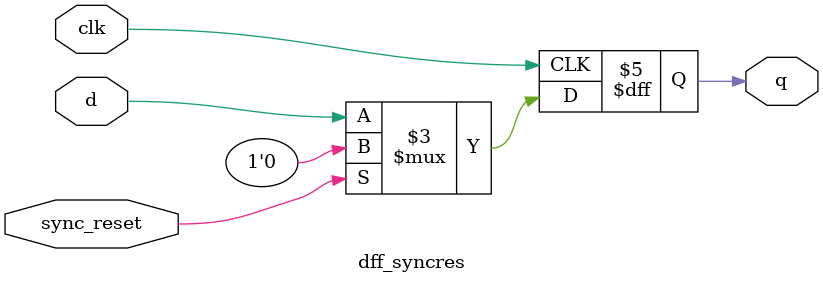
<source format=v>
module dff_syncres (input clk, input sync_reset, input d, output reg q);
always @ (posedge clk)
begin
	if (sync_reset)
		q<=1'b00;
	else
		q<=d;
end
endmodule

</source>
